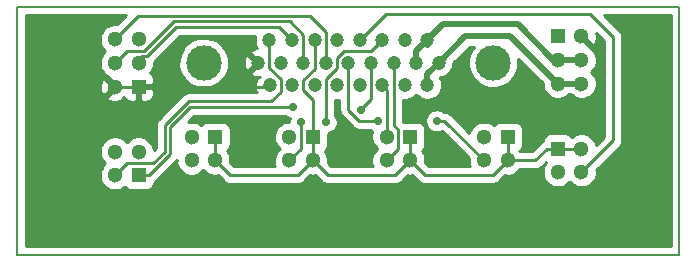
<source format=gbr>
G04 #@! TF.FileFunction,Copper,L1,Top,Signal*
%FSLAX46Y46*%
G04 Gerber Fmt 4.6, Leading zero omitted, Abs format (unit mm)*
G04 Created by KiCad (PCBNEW no-vcs-found-product) date Wed 23 Mar 2016 01:41:40 PM EET*
%MOMM*%
G01*
G04 APERTURE LIST*
%ADD10C,0.100000*%
%ADD11C,0.150000*%
%ADD12C,1.200000*%
%ADD13C,3.000000*%
%ADD14R,1.300000X1.300000*%
%ADD15C,1.300000*%
%ADD16C,0.700000*%
%ADD17C,0.500000*%
%ADD18C,0.600000*%
%ADD19C,0.250000*%
%ADD20C,0.254000*%
G04 APERTURE END LIST*
D10*
D11*
X142750000Y-93250000D02*
X198750000Y-93250000D01*
X142750000Y-114250000D02*
X142750000Y-93250000D01*
X198750000Y-114250000D02*
X142750000Y-114250000D01*
X198750000Y-93250000D02*
X198750000Y-114250000D01*
D12*
X177453873Y-96074042D03*
X175543873Y-96074042D03*
X173633873Y-96074042D03*
X171723873Y-96074042D03*
X169813873Y-96074042D03*
X167903873Y-96074042D03*
X165993873Y-96074042D03*
X164083873Y-96074042D03*
X178413873Y-97984042D03*
X176503873Y-97984042D03*
X174593873Y-97984042D03*
X172683873Y-97984042D03*
X170773873Y-97984042D03*
X168863873Y-97984042D03*
X166953873Y-97984042D03*
X165043873Y-97984042D03*
X163133873Y-97984042D03*
X177463873Y-99894042D03*
X175553873Y-99894042D03*
X173643873Y-99894042D03*
X171733873Y-99894042D03*
X169823873Y-99894042D03*
X167913873Y-99894042D03*
X166003873Y-99894042D03*
X164093873Y-99894042D03*
D13*
X158518873Y-97984042D03*
X183028873Y-97984042D03*
D14*
X188500000Y-95750000D03*
D15*
X190500000Y-95750000D03*
X188500000Y-97750000D03*
X190500000Y-97750000D03*
X190500000Y-99750000D03*
X188500000Y-99750000D03*
D14*
X153000000Y-100000000D03*
D15*
X151000000Y-100000000D03*
X153000000Y-98000000D03*
X151000000Y-98000000D03*
X151000000Y-96000000D03*
X153000000Y-96000000D03*
D14*
X153000000Y-107500000D03*
D15*
X151000000Y-107500000D03*
X153000000Y-105500000D03*
X151000000Y-105500000D03*
D14*
X159500000Y-104250000D03*
D15*
X159500000Y-106250000D03*
X157500000Y-104250000D03*
X157500000Y-106250000D03*
D14*
X176000000Y-104250000D03*
D15*
X176000000Y-106250000D03*
X174000000Y-104250000D03*
X174000000Y-106250000D03*
D14*
X167750000Y-104250000D03*
D15*
X167750000Y-106250000D03*
X165750000Y-104250000D03*
X165750000Y-106250000D03*
D14*
X188500000Y-105250000D03*
D15*
X190500000Y-105250000D03*
X188500000Y-107250000D03*
X190500000Y-107250000D03*
D14*
X184250000Y-104250000D03*
D15*
X184250000Y-106250000D03*
X182250000Y-104250000D03*
X182250000Y-106250000D03*
D16*
X168867315Y-103005797D03*
X166750000Y-103000000D03*
X171825274Y-101950870D03*
X178257277Y-102894047D03*
X173244087Y-102893748D03*
X197000000Y-94750000D03*
X194420632Y-104100376D03*
X146000000Y-95250000D03*
X146000000Y-109500000D03*
X187750000Y-102500000D03*
X179250000Y-105500000D03*
X170750000Y-104250000D03*
X193000000Y-109500000D03*
X179250000Y-109500000D03*
X170750000Y-109500000D03*
X162750000Y-109500000D03*
X162750000Y-103500000D03*
X166057915Y-101750000D03*
D17*
X177453873Y-96074042D02*
X178793894Y-94734021D01*
X188133574Y-97750000D02*
X188500000Y-97750000D01*
X178793894Y-94734021D02*
X185117595Y-94734021D01*
X185117595Y-94734021D02*
X188133574Y-97750000D01*
X176503873Y-97984042D02*
X176503873Y-97024042D01*
X176503873Y-97024042D02*
X177453873Y-96074042D01*
X190500000Y-97750000D02*
X188500000Y-97750000D01*
D18*
X177453873Y-96074042D02*
X177453873Y-96069006D01*
X177453873Y-96384044D02*
X177453873Y-96074042D01*
D19*
X173633873Y-96074042D02*
X172681742Y-97026173D01*
X172681742Y-97026173D02*
X170362740Y-97026173D01*
X170362740Y-97026173D02*
X169819293Y-97569620D01*
X169819293Y-97569620D02*
X169819293Y-98397624D01*
X169819293Y-98397624D02*
X168867315Y-99349602D01*
X168867315Y-99349602D02*
X168867315Y-102581533D01*
X168867315Y-102581533D02*
X168867315Y-103005797D01*
X166750000Y-105250000D02*
X166750000Y-103000000D01*
X166725001Y-105274999D02*
X166750000Y-105250000D01*
X165750000Y-106250000D02*
X166725001Y-105274999D01*
X190500000Y-107250000D02*
X193203853Y-104546147D01*
X193203853Y-104546147D02*
X193203853Y-95826434D01*
X193203853Y-95826434D02*
X191230824Y-93853405D01*
X191230824Y-93853405D02*
X173944510Y-93853405D01*
X173944510Y-93853405D02*
X172323872Y-95474043D01*
X172323872Y-95474043D02*
X171723873Y-96074042D01*
X167750000Y-104250000D02*
X167750000Y-101099171D01*
X167750000Y-101099171D02*
X166957788Y-100306959D01*
X166957788Y-100306959D02*
X166957788Y-99481125D01*
X166957788Y-99481125D02*
X167903873Y-98535040D01*
X167903873Y-98535040D02*
X167903873Y-96922570D01*
X167903873Y-96922570D02*
X167903873Y-96074042D01*
X176000000Y-106250000D02*
X177250000Y-107500000D01*
X177250000Y-107500000D02*
X183000000Y-107500000D01*
X183000000Y-107500000D02*
X184250000Y-106250000D01*
X167750000Y-106250000D02*
X169000000Y-107500000D01*
X169000000Y-107500000D02*
X174750000Y-107500000D01*
X174750000Y-107500000D02*
X176000000Y-106250000D01*
X159500000Y-106250000D02*
X160750000Y-107500000D01*
X167100001Y-106899999D02*
X167750000Y-106250000D01*
X160750000Y-107500000D02*
X166500000Y-107500000D01*
X166500000Y-107500000D02*
X167100001Y-106899999D01*
X159500000Y-104250000D02*
X159500000Y-106250000D01*
X167750000Y-104250000D02*
X167750000Y-106250000D01*
X176000000Y-104250000D02*
X176000000Y-106250000D01*
X184250000Y-106250000D02*
X184250000Y-104250000D01*
X186600000Y-106250000D02*
X184250000Y-106250000D01*
X188500000Y-105250000D02*
X187600000Y-105250000D01*
X187600000Y-105250000D02*
X186600000Y-106250000D01*
X190500000Y-105250000D02*
X188500000Y-105250000D01*
X156199101Y-94937309D02*
X164857140Y-94937309D01*
X164857140Y-94937309D02*
X165993873Y-96074042D01*
X153000000Y-98000000D02*
X153000000Y-97750000D01*
X153000000Y-97750000D02*
X153298294Y-97451706D01*
X153298294Y-97451706D02*
X153684705Y-97451705D01*
X153684705Y-97451705D02*
X156199101Y-94937309D01*
X151000000Y-107500000D02*
X152000000Y-106500000D01*
X152000000Y-106500000D02*
X154253351Y-106500000D01*
X154253351Y-106500000D02*
X155250000Y-105503351D01*
X165049271Y-99358442D02*
X164083873Y-98393044D01*
X155250000Y-105503351D02*
X155250000Y-103250000D01*
X155250000Y-103250000D02*
X157250000Y-101250000D01*
X157250000Y-101250000D02*
X164238125Y-101250000D01*
X164238125Y-101250000D02*
X165049271Y-100438854D01*
X164083873Y-98393044D02*
X164083873Y-96922570D01*
X165049271Y-100438854D02*
X165049271Y-99358442D01*
X164083873Y-96922570D02*
X164083873Y-96074042D01*
D17*
X188500000Y-99750000D02*
X190500000Y-99750000D01*
X178413873Y-97984042D02*
X180663874Y-95734041D01*
X180663874Y-95734041D02*
X184484041Y-95734041D01*
X184484041Y-95734041D02*
X187850001Y-99100001D01*
X187850001Y-99100001D02*
X188500000Y-99750000D01*
X177463873Y-99894042D02*
X177463873Y-98934042D01*
X177463873Y-98934042D02*
X178413873Y-97984042D01*
D19*
X174000000Y-106250000D02*
X175000000Y-105250000D01*
X175000000Y-105250000D02*
X175000000Y-103685723D01*
X175000000Y-103685723D02*
X174593873Y-103279596D01*
X174593873Y-103279596D02*
X174593873Y-98832570D01*
X174593873Y-98832570D02*
X174593873Y-97984042D01*
X172125273Y-101650871D02*
X171825274Y-101950870D01*
X172683873Y-101092271D02*
X172125273Y-101650871D01*
X172683873Y-97984042D02*
X172683873Y-101092271D01*
X178752251Y-102894047D02*
X178257277Y-102894047D01*
X178894047Y-102894047D02*
X178752251Y-102894047D01*
X171676082Y-102893748D02*
X172749113Y-102893748D01*
X170773873Y-97984042D02*
X170773873Y-101991539D01*
X172749113Y-102893748D02*
X173244087Y-102893748D01*
X182250000Y-106250000D02*
X178894047Y-102894047D01*
X170773873Y-101991539D02*
X171676082Y-102893748D01*
X151000000Y-96000000D02*
X152973226Y-94026774D01*
X152973226Y-94026774D02*
X167526774Y-94026774D01*
X167526774Y-94026774D02*
X168863873Y-95363873D01*
X168863873Y-95363873D02*
X168863873Y-97984042D01*
X151000000Y-98000000D02*
X151998304Y-97001696D01*
X151998304Y-97001696D02*
X153498304Y-97001696D01*
X153498304Y-97001696D02*
X156012701Y-94487299D01*
X156012701Y-94487299D02*
X165787289Y-94487299D01*
X165787289Y-94487299D02*
X166953873Y-95653883D01*
X166953873Y-95653883D02*
X166953873Y-97984042D01*
X161117915Y-100000000D02*
X163987915Y-100000000D01*
X163987915Y-100000000D02*
X164093873Y-99894042D01*
X153000000Y-100000000D02*
X161117915Y-100000000D01*
X161117915Y-100000000D02*
X163133873Y-97984042D01*
X151000000Y-100000000D02*
X153000000Y-100000000D01*
X174000000Y-104250000D02*
X174000000Y-100250169D01*
X174000000Y-100250169D02*
X173643873Y-99894042D01*
X153000000Y-107500000D02*
X153900000Y-107500000D01*
X153900000Y-107500000D02*
X155700010Y-105699990D01*
X155700010Y-105699990D02*
X155700010Y-103436400D01*
X155700010Y-103436400D02*
X157384622Y-101751788D01*
X157384622Y-101751788D02*
X166056127Y-101751788D01*
X166056127Y-101751788D02*
X166057915Y-101750000D01*
D20*
G36*
X151196676Y-94728522D02*
X151134969Y-94715855D01*
X150882974Y-94714096D01*
X150635436Y-94761317D01*
X150401784Y-94855718D01*
X150190918Y-94993705D01*
X150010870Y-95170021D01*
X149868497Y-95377951D01*
X149769223Y-95609575D01*
X149716829Y-95856069D01*
X149713310Y-96108046D01*
X149758802Y-96355908D01*
X149851570Y-96590213D01*
X149988081Y-96802037D01*
X150163136Y-96983312D01*
X150185593Y-96998920D01*
X150010870Y-97170021D01*
X149868497Y-97377951D01*
X149769223Y-97609575D01*
X149716829Y-97856069D01*
X149713310Y-98108046D01*
X149758802Y-98355908D01*
X149851570Y-98590213D01*
X149988081Y-98802037D01*
X150163136Y-98983312D01*
X150302144Y-99079925D01*
X150294078Y-99114473D01*
X151000000Y-99820395D01*
X151014143Y-99806253D01*
X151193748Y-99985858D01*
X151179605Y-100000000D01*
X151193748Y-100014143D01*
X151014143Y-100193748D01*
X151000000Y-100179605D01*
X150294078Y-100885527D01*
X150347466Y-101114201D01*
X150577374Y-101220095D01*
X150823524Y-101279102D01*
X151076455Y-101288952D01*
X151326449Y-101249270D01*
X151563896Y-101161578D01*
X151652534Y-101114201D01*
X151705921Y-100885529D01*
X151819676Y-100999284D01*
X151856763Y-101054789D01*
X151945211Y-101143237D01*
X152049215Y-101212730D01*
X152164777Y-101260597D01*
X152287458Y-101285000D01*
X152714250Y-101285000D01*
X152873000Y-101126250D01*
X152873000Y-100127000D01*
X153127000Y-100127000D01*
X153127000Y-101126250D01*
X153285750Y-101285000D01*
X153712542Y-101285000D01*
X153835223Y-101260597D01*
X153950785Y-101212730D01*
X154054789Y-101143237D01*
X154143237Y-101054789D01*
X154212730Y-100950785D01*
X154260597Y-100835223D01*
X154285000Y-100712542D01*
X154285000Y-100285750D01*
X154126250Y-100127000D01*
X153127000Y-100127000D01*
X152873000Y-100127000D01*
X152853000Y-100127000D01*
X152853000Y-99873000D01*
X152873000Y-99873000D01*
X152873000Y-99853000D01*
X153127000Y-99853000D01*
X153127000Y-99873000D01*
X154126250Y-99873000D01*
X154285000Y-99714250D01*
X154285000Y-99287458D01*
X154260597Y-99164777D01*
X154212730Y-99049215D01*
X154143237Y-98945211D01*
X154054789Y-98856763D01*
X153995964Y-98817457D01*
X154122708Y-98637787D01*
X154225206Y-98407572D01*
X154280643Y-98163559D01*
X156381067Y-98163559D01*
X156456649Y-98575375D01*
X156610781Y-98964668D01*
X156837592Y-99316609D01*
X157128442Y-99617793D01*
X157472253Y-99856748D01*
X157855930Y-100024372D01*
X158264857Y-100114281D01*
X158683461Y-100123049D01*
X159095795Y-100050344D01*
X159486154Y-99898933D01*
X159839670Y-99674585D01*
X160142877Y-99385845D01*
X160384227Y-99043710D01*
X160554525Y-98661213D01*
X160647286Y-98252923D01*
X160649945Y-98062480D01*
X161895378Y-98062480D01*
X161934478Y-98302591D01*
X162019671Y-98530460D01*
X162060525Y-98606894D01*
X162284109Y-98654201D01*
X162954268Y-97984042D01*
X162284109Y-97313883D01*
X162060525Y-97361190D01*
X161959636Y-97582558D01*
X161903873Y-97819355D01*
X161895378Y-98062480D01*
X160649945Y-98062480D01*
X160653964Y-97774694D01*
X160572639Y-97363973D01*
X160413087Y-96976871D01*
X160181385Y-96628131D01*
X159886358Y-96331037D01*
X159539244Y-96096906D01*
X159153264Y-95934655D01*
X158743121Y-95850464D01*
X158324436Y-95847541D01*
X157913157Y-95925997D01*
X157524950Y-96082843D01*
X157174601Y-96312105D01*
X156875455Y-96605050D01*
X156638906Y-96950521D01*
X156473964Y-97335359D01*
X156386913Y-97744904D01*
X156381067Y-98163559D01*
X154280643Y-98163559D01*
X154281036Y-98161833D01*
X154284317Y-97926895D01*
X156513903Y-95697309D01*
X162901628Y-95697309D01*
X162900986Y-95698808D01*
X162850631Y-95935712D01*
X162847249Y-96177884D01*
X162890970Y-96416101D01*
X162980129Y-96641290D01*
X163048089Y-96746743D01*
X162815324Y-96784647D01*
X162587455Y-96869840D01*
X162511021Y-96910694D01*
X162463714Y-97134278D01*
X163133873Y-97804437D01*
X163148016Y-97790295D01*
X163323873Y-97966152D01*
X163323873Y-97973647D01*
X163313478Y-97984042D01*
X163323873Y-97994437D01*
X163323873Y-98001932D01*
X163148016Y-98177790D01*
X163133873Y-98163647D01*
X162463714Y-98833806D01*
X162511021Y-99057390D01*
X162732389Y-99158279D01*
X162969186Y-99214042D01*
X163212311Y-99222537D01*
X163238496Y-99218273D01*
X163244107Y-99223884D01*
X163020525Y-99271190D01*
X162919636Y-99492558D01*
X162863873Y-99729355D01*
X162855378Y-99972480D01*
X162894478Y-100212591D01*
X162979671Y-100440460D01*
X163006150Y-100490000D01*
X157250000Y-100490000D01*
X157180123Y-100496851D01*
X157110197Y-100502969D01*
X157106359Y-100504084D01*
X157102382Y-100504474D01*
X157035179Y-100524764D01*
X156967760Y-100544351D01*
X156964212Y-100546190D01*
X156960387Y-100547345D01*
X156898390Y-100580309D01*
X156836074Y-100612611D01*
X156832953Y-100615103D01*
X156829422Y-100616980D01*
X156775007Y-100661359D01*
X156720154Y-100705148D01*
X156714594Y-100710631D01*
X156714478Y-100710726D01*
X156714389Y-100710834D01*
X156712599Y-100712599D01*
X154712599Y-102712599D01*
X154668032Y-102766855D01*
X154622914Y-102820625D01*
X154620989Y-102824126D01*
X154618452Y-102827215D01*
X154585287Y-102889067D01*
X154551457Y-102950604D01*
X154550248Y-102954416D01*
X154548361Y-102957935D01*
X154527848Y-103025031D01*
X154506608Y-103091987D01*
X154506162Y-103095959D01*
X154504994Y-103099781D01*
X154497897Y-103169649D01*
X154490074Y-103239389D01*
X154490020Y-103247194D01*
X154490004Y-103247347D01*
X154490018Y-103247490D01*
X154490000Y-103250000D01*
X154490000Y-105188549D01*
X154284780Y-105393769D01*
X154285056Y-105373999D01*
X154236108Y-105126797D01*
X154140078Y-104893810D01*
X154000622Y-104683912D01*
X153823053Y-104505099D01*
X153614135Y-104364182D01*
X153381824Y-104266527D01*
X153134969Y-104215855D01*
X152882974Y-104214096D01*
X152635436Y-104261317D01*
X152401784Y-104355718D01*
X152190918Y-104493705D01*
X152010870Y-104670021D01*
X152000985Y-104684458D01*
X152000622Y-104683912D01*
X151823053Y-104505099D01*
X151614135Y-104364182D01*
X151381824Y-104266527D01*
X151134969Y-104215855D01*
X150882974Y-104214096D01*
X150635436Y-104261317D01*
X150401784Y-104355718D01*
X150190918Y-104493705D01*
X150010870Y-104670021D01*
X149868497Y-104877951D01*
X149769223Y-105109575D01*
X149716829Y-105356069D01*
X149713310Y-105608046D01*
X149758802Y-105855908D01*
X149851570Y-106090213D01*
X149988081Y-106302037D01*
X150163136Y-106483312D01*
X150185593Y-106498920D01*
X150010870Y-106670021D01*
X149868497Y-106877951D01*
X149769223Y-107109575D01*
X149716829Y-107356069D01*
X149713310Y-107608046D01*
X149758802Y-107855908D01*
X149851570Y-108090213D01*
X149988081Y-108302037D01*
X150163136Y-108483312D01*
X150370067Y-108627133D01*
X150600992Y-108728021D01*
X150847115Y-108782135D01*
X151099061Y-108787412D01*
X151347234Y-108743653D01*
X151582181Y-108652523D01*
X151794953Y-108517494D01*
X151815800Y-108497641D01*
X151819463Y-108504494D01*
X151898815Y-108601185D01*
X151995506Y-108680537D01*
X152105820Y-108739502D01*
X152225518Y-108775812D01*
X152350000Y-108788072D01*
X153650000Y-108788072D01*
X153774482Y-108775812D01*
X153894180Y-108739502D01*
X154004494Y-108680537D01*
X154101185Y-108601185D01*
X154180537Y-108504494D01*
X154239502Y-108394180D01*
X154275812Y-108274482D01*
X154287990Y-108150833D01*
X154313925Y-108137390D01*
X154317048Y-108134897D01*
X154320578Y-108133020D01*
X154374987Y-108088645D01*
X154429846Y-108044852D01*
X154435406Y-108039369D01*
X154435522Y-108039274D01*
X154435611Y-108039166D01*
X154437401Y-108037401D01*
X156214678Y-106260124D01*
X156213310Y-106358046D01*
X156258802Y-106605908D01*
X156351570Y-106840213D01*
X156488081Y-107052037D01*
X156663136Y-107233312D01*
X156870067Y-107377133D01*
X157100992Y-107478021D01*
X157347115Y-107532135D01*
X157599061Y-107537412D01*
X157847234Y-107493653D01*
X158082181Y-107402523D01*
X158294953Y-107267494D01*
X158477446Y-107093708D01*
X158498922Y-107063264D01*
X158663136Y-107233312D01*
X158870067Y-107377133D01*
X159100992Y-107478021D01*
X159347115Y-107532135D01*
X159599061Y-107537412D01*
X159695590Y-107520392D01*
X160212599Y-108037401D01*
X160266855Y-108081968D01*
X160320625Y-108127086D01*
X160324126Y-108129011D01*
X160327215Y-108131548D01*
X160389067Y-108164713D01*
X160450604Y-108198543D01*
X160454416Y-108199752D01*
X160457935Y-108201639D01*
X160525031Y-108222152D01*
X160591987Y-108243392D01*
X160595959Y-108243838D01*
X160599781Y-108245006D01*
X160669649Y-108252103D01*
X160739389Y-108259926D01*
X160747194Y-108259980D01*
X160747347Y-108259996D01*
X160747490Y-108259982D01*
X160750000Y-108260000D01*
X166500000Y-108260000D01*
X166569877Y-108253149D01*
X166639803Y-108247031D01*
X166643641Y-108245916D01*
X166647618Y-108245526D01*
X166714821Y-108225236D01*
X166782240Y-108205649D01*
X166785788Y-108203810D01*
X166789613Y-108202655D01*
X166851591Y-108169701D01*
X166913925Y-108137390D01*
X166917048Y-108134897D01*
X166920578Y-108133020D01*
X166974987Y-108088645D01*
X167029846Y-108044852D01*
X167035406Y-108039369D01*
X167035522Y-108039274D01*
X167035611Y-108039166D01*
X167037401Y-108037401D01*
X167552481Y-107522321D01*
X167597115Y-107532135D01*
X167849061Y-107537412D01*
X167945590Y-107520392D01*
X168462599Y-108037401D01*
X168516855Y-108081968D01*
X168570625Y-108127086D01*
X168574126Y-108129011D01*
X168577215Y-108131548D01*
X168639067Y-108164713D01*
X168700604Y-108198543D01*
X168704416Y-108199752D01*
X168707935Y-108201639D01*
X168775031Y-108222152D01*
X168841987Y-108243392D01*
X168845959Y-108243838D01*
X168849781Y-108245006D01*
X168919649Y-108252103D01*
X168989389Y-108259926D01*
X168997194Y-108259980D01*
X168997347Y-108259996D01*
X168997490Y-108259982D01*
X169000000Y-108260000D01*
X174750000Y-108260000D01*
X174819877Y-108253149D01*
X174889803Y-108247031D01*
X174893641Y-108245916D01*
X174897618Y-108245526D01*
X174964821Y-108225236D01*
X175032240Y-108205649D01*
X175035788Y-108203810D01*
X175039613Y-108202655D01*
X175101591Y-108169701D01*
X175163925Y-108137390D01*
X175167048Y-108134897D01*
X175170578Y-108133020D01*
X175224987Y-108088645D01*
X175279846Y-108044852D01*
X175285406Y-108039369D01*
X175285522Y-108039274D01*
X175285611Y-108039166D01*
X175287401Y-108037401D01*
X175802481Y-107522321D01*
X175847115Y-107532135D01*
X176099061Y-107537412D01*
X176195590Y-107520392D01*
X176712599Y-108037401D01*
X176766855Y-108081968D01*
X176820625Y-108127086D01*
X176824126Y-108129011D01*
X176827215Y-108131548D01*
X176889067Y-108164713D01*
X176950604Y-108198543D01*
X176954416Y-108199752D01*
X176957935Y-108201639D01*
X177025031Y-108222152D01*
X177091987Y-108243392D01*
X177095959Y-108243838D01*
X177099781Y-108245006D01*
X177169649Y-108252103D01*
X177239389Y-108259926D01*
X177247194Y-108259980D01*
X177247347Y-108259996D01*
X177247490Y-108259982D01*
X177250000Y-108260000D01*
X183000000Y-108260000D01*
X183069877Y-108253149D01*
X183139803Y-108247031D01*
X183143641Y-108245916D01*
X183147618Y-108245526D01*
X183214821Y-108225236D01*
X183282240Y-108205649D01*
X183285788Y-108203810D01*
X183289613Y-108202655D01*
X183351591Y-108169701D01*
X183413925Y-108137390D01*
X183417048Y-108134897D01*
X183420578Y-108133020D01*
X183474987Y-108088645D01*
X183529846Y-108044852D01*
X183535406Y-108039369D01*
X183535522Y-108039274D01*
X183535611Y-108039166D01*
X183537401Y-108037401D01*
X184052481Y-107522321D01*
X184097115Y-107532135D01*
X184349061Y-107537412D01*
X184597234Y-107493653D01*
X184832181Y-107402523D01*
X185044953Y-107267494D01*
X185227446Y-107093708D01*
X185286496Y-107010000D01*
X186600000Y-107010000D01*
X186669877Y-107003149D01*
X186739803Y-106997031D01*
X186743641Y-106995916D01*
X186747618Y-106995526D01*
X186814821Y-106975236D01*
X186882240Y-106955649D01*
X186885788Y-106953810D01*
X186889613Y-106952655D01*
X186951591Y-106919701D01*
X187013925Y-106887390D01*
X187017048Y-106884897D01*
X187020578Y-106883020D01*
X187074987Y-106838645D01*
X187129846Y-106794852D01*
X187135406Y-106789369D01*
X187135522Y-106789274D01*
X187135611Y-106789166D01*
X187137401Y-106787401D01*
X187494824Y-106429978D01*
X187495506Y-106430537D01*
X187501482Y-106433731D01*
X187368497Y-106627951D01*
X187269223Y-106859575D01*
X187216829Y-107106069D01*
X187213310Y-107358046D01*
X187258802Y-107605908D01*
X187351570Y-107840213D01*
X187488081Y-108052037D01*
X187663136Y-108233312D01*
X187870067Y-108377133D01*
X188100992Y-108478021D01*
X188347115Y-108532135D01*
X188599061Y-108537412D01*
X188847234Y-108493653D01*
X189082181Y-108402523D01*
X189294953Y-108267494D01*
X189477446Y-108093708D01*
X189498922Y-108063264D01*
X189663136Y-108233312D01*
X189870067Y-108377133D01*
X190100992Y-108478021D01*
X190347115Y-108532135D01*
X190599061Y-108537412D01*
X190847234Y-108493653D01*
X191082181Y-108402523D01*
X191294953Y-108267494D01*
X191477446Y-108093708D01*
X191622708Y-107887787D01*
X191725206Y-107657572D01*
X191781036Y-107411833D01*
X191785056Y-107123999D01*
X191771131Y-107053671D01*
X193741254Y-105083548D01*
X193785821Y-105029292D01*
X193830939Y-104975522D01*
X193832864Y-104972021D01*
X193835401Y-104968932D01*
X193868585Y-104907045D01*
X193902396Y-104845543D01*
X193903604Y-104841735D01*
X193905493Y-104838212D01*
X193926033Y-104771029D01*
X193947245Y-104704160D01*
X193947690Y-104700193D01*
X193948860Y-104696366D01*
X193955962Y-104626448D01*
X193963779Y-104556758D01*
X193963833Y-104548953D01*
X193963849Y-104548800D01*
X193963835Y-104548657D01*
X193963853Y-104546147D01*
X193963853Y-95826434D01*
X193956997Y-95756507D01*
X193950883Y-95686631D01*
X193949769Y-95682798D01*
X193949379Y-95678816D01*
X193929077Y-95611572D01*
X193909502Y-95544194D01*
X193907663Y-95540646D01*
X193906508Y-95536821D01*
X193873544Y-95474824D01*
X193841242Y-95412508D01*
X193838750Y-95409387D01*
X193836873Y-95405856D01*
X193792494Y-95351441D01*
X193748705Y-95296588D01*
X193743222Y-95291028D01*
X193743127Y-95290912D01*
X193743019Y-95290823D01*
X193741254Y-95289033D01*
X192412221Y-93960000D01*
X198040000Y-93960000D01*
X198040000Y-113540000D01*
X143460000Y-113540000D01*
X143460000Y-100076455D01*
X149711048Y-100076455D01*
X149750730Y-100326449D01*
X149838422Y-100563896D01*
X149885799Y-100652534D01*
X150114473Y-100705922D01*
X150820395Y-100000000D01*
X150114473Y-99294078D01*
X149885799Y-99347466D01*
X149779905Y-99577374D01*
X149720898Y-99823524D01*
X149711048Y-100076455D01*
X143460000Y-100076455D01*
X143460000Y-93960000D01*
X151965198Y-93960000D01*
X151196676Y-94728522D01*
X151196676Y-94728522D01*
G37*
X151196676Y-94728522D02*
X151134969Y-94715855D01*
X150882974Y-94714096D01*
X150635436Y-94761317D01*
X150401784Y-94855718D01*
X150190918Y-94993705D01*
X150010870Y-95170021D01*
X149868497Y-95377951D01*
X149769223Y-95609575D01*
X149716829Y-95856069D01*
X149713310Y-96108046D01*
X149758802Y-96355908D01*
X149851570Y-96590213D01*
X149988081Y-96802037D01*
X150163136Y-96983312D01*
X150185593Y-96998920D01*
X150010870Y-97170021D01*
X149868497Y-97377951D01*
X149769223Y-97609575D01*
X149716829Y-97856069D01*
X149713310Y-98108046D01*
X149758802Y-98355908D01*
X149851570Y-98590213D01*
X149988081Y-98802037D01*
X150163136Y-98983312D01*
X150302144Y-99079925D01*
X150294078Y-99114473D01*
X151000000Y-99820395D01*
X151014143Y-99806253D01*
X151193748Y-99985858D01*
X151179605Y-100000000D01*
X151193748Y-100014143D01*
X151014143Y-100193748D01*
X151000000Y-100179605D01*
X150294078Y-100885527D01*
X150347466Y-101114201D01*
X150577374Y-101220095D01*
X150823524Y-101279102D01*
X151076455Y-101288952D01*
X151326449Y-101249270D01*
X151563896Y-101161578D01*
X151652534Y-101114201D01*
X151705921Y-100885529D01*
X151819676Y-100999284D01*
X151856763Y-101054789D01*
X151945211Y-101143237D01*
X152049215Y-101212730D01*
X152164777Y-101260597D01*
X152287458Y-101285000D01*
X152714250Y-101285000D01*
X152873000Y-101126250D01*
X152873000Y-100127000D01*
X153127000Y-100127000D01*
X153127000Y-101126250D01*
X153285750Y-101285000D01*
X153712542Y-101285000D01*
X153835223Y-101260597D01*
X153950785Y-101212730D01*
X154054789Y-101143237D01*
X154143237Y-101054789D01*
X154212730Y-100950785D01*
X154260597Y-100835223D01*
X154285000Y-100712542D01*
X154285000Y-100285750D01*
X154126250Y-100127000D01*
X153127000Y-100127000D01*
X152873000Y-100127000D01*
X152853000Y-100127000D01*
X152853000Y-99873000D01*
X152873000Y-99873000D01*
X152873000Y-99853000D01*
X153127000Y-99853000D01*
X153127000Y-99873000D01*
X154126250Y-99873000D01*
X154285000Y-99714250D01*
X154285000Y-99287458D01*
X154260597Y-99164777D01*
X154212730Y-99049215D01*
X154143237Y-98945211D01*
X154054789Y-98856763D01*
X153995964Y-98817457D01*
X154122708Y-98637787D01*
X154225206Y-98407572D01*
X154280643Y-98163559D01*
X156381067Y-98163559D01*
X156456649Y-98575375D01*
X156610781Y-98964668D01*
X156837592Y-99316609D01*
X157128442Y-99617793D01*
X157472253Y-99856748D01*
X157855930Y-100024372D01*
X158264857Y-100114281D01*
X158683461Y-100123049D01*
X159095795Y-100050344D01*
X159486154Y-99898933D01*
X159839670Y-99674585D01*
X160142877Y-99385845D01*
X160384227Y-99043710D01*
X160554525Y-98661213D01*
X160647286Y-98252923D01*
X160649945Y-98062480D01*
X161895378Y-98062480D01*
X161934478Y-98302591D01*
X162019671Y-98530460D01*
X162060525Y-98606894D01*
X162284109Y-98654201D01*
X162954268Y-97984042D01*
X162284109Y-97313883D01*
X162060525Y-97361190D01*
X161959636Y-97582558D01*
X161903873Y-97819355D01*
X161895378Y-98062480D01*
X160649945Y-98062480D01*
X160653964Y-97774694D01*
X160572639Y-97363973D01*
X160413087Y-96976871D01*
X160181385Y-96628131D01*
X159886358Y-96331037D01*
X159539244Y-96096906D01*
X159153264Y-95934655D01*
X158743121Y-95850464D01*
X158324436Y-95847541D01*
X157913157Y-95925997D01*
X157524950Y-96082843D01*
X157174601Y-96312105D01*
X156875455Y-96605050D01*
X156638906Y-96950521D01*
X156473964Y-97335359D01*
X156386913Y-97744904D01*
X156381067Y-98163559D01*
X154280643Y-98163559D01*
X154281036Y-98161833D01*
X154284317Y-97926895D01*
X156513903Y-95697309D01*
X162901628Y-95697309D01*
X162900986Y-95698808D01*
X162850631Y-95935712D01*
X162847249Y-96177884D01*
X162890970Y-96416101D01*
X162980129Y-96641290D01*
X163048089Y-96746743D01*
X162815324Y-96784647D01*
X162587455Y-96869840D01*
X162511021Y-96910694D01*
X162463714Y-97134278D01*
X163133873Y-97804437D01*
X163148016Y-97790295D01*
X163323873Y-97966152D01*
X163323873Y-97973647D01*
X163313478Y-97984042D01*
X163323873Y-97994437D01*
X163323873Y-98001932D01*
X163148016Y-98177790D01*
X163133873Y-98163647D01*
X162463714Y-98833806D01*
X162511021Y-99057390D01*
X162732389Y-99158279D01*
X162969186Y-99214042D01*
X163212311Y-99222537D01*
X163238496Y-99218273D01*
X163244107Y-99223884D01*
X163020525Y-99271190D01*
X162919636Y-99492558D01*
X162863873Y-99729355D01*
X162855378Y-99972480D01*
X162894478Y-100212591D01*
X162979671Y-100440460D01*
X163006150Y-100490000D01*
X157250000Y-100490000D01*
X157180123Y-100496851D01*
X157110197Y-100502969D01*
X157106359Y-100504084D01*
X157102382Y-100504474D01*
X157035179Y-100524764D01*
X156967760Y-100544351D01*
X156964212Y-100546190D01*
X156960387Y-100547345D01*
X156898390Y-100580309D01*
X156836074Y-100612611D01*
X156832953Y-100615103D01*
X156829422Y-100616980D01*
X156775007Y-100661359D01*
X156720154Y-100705148D01*
X156714594Y-100710631D01*
X156714478Y-100710726D01*
X156714389Y-100710834D01*
X156712599Y-100712599D01*
X154712599Y-102712599D01*
X154668032Y-102766855D01*
X154622914Y-102820625D01*
X154620989Y-102824126D01*
X154618452Y-102827215D01*
X154585287Y-102889067D01*
X154551457Y-102950604D01*
X154550248Y-102954416D01*
X154548361Y-102957935D01*
X154527848Y-103025031D01*
X154506608Y-103091987D01*
X154506162Y-103095959D01*
X154504994Y-103099781D01*
X154497897Y-103169649D01*
X154490074Y-103239389D01*
X154490020Y-103247194D01*
X154490004Y-103247347D01*
X154490018Y-103247490D01*
X154490000Y-103250000D01*
X154490000Y-105188549D01*
X154284780Y-105393769D01*
X154285056Y-105373999D01*
X154236108Y-105126797D01*
X154140078Y-104893810D01*
X154000622Y-104683912D01*
X153823053Y-104505099D01*
X153614135Y-104364182D01*
X153381824Y-104266527D01*
X153134969Y-104215855D01*
X152882974Y-104214096D01*
X152635436Y-104261317D01*
X152401784Y-104355718D01*
X152190918Y-104493705D01*
X152010870Y-104670021D01*
X152000985Y-104684458D01*
X152000622Y-104683912D01*
X151823053Y-104505099D01*
X151614135Y-104364182D01*
X151381824Y-104266527D01*
X151134969Y-104215855D01*
X150882974Y-104214096D01*
X150635436Y-104261317D01*
X150401784Y-104355718D01*
X150190918Y-104493705D01*
X150010870Y-104670021D01*
X149868497Y-104877951D01*
X149769223Y-105109575D01*
X149716829Y-105356069D01*
X149713310Y-105608046D01*
X149758802Y-105855908D01*
X149851570Y-106090213D01*
X149988081Y-106302037D01*
X150163136Y-106483312D01*
X150185593Y-106498920D01*
X150010870Y-106670021D01*
X149868497Y-106877951D01*
X149769223Y-107109575D01*
X149716829Y-107356069D01*
X149713310Y-107608046D01*
X149758802Y-107855908D01*
X149851570Y-108090213D01*
X149988081Y-108302037D01*
X150163136Y-108483312D01*
X150370067Y-108627133D01*
X150600992Y-108728021D01*
X150847115Y-108782135D01*
X151099061Y-108787412D01*
X151347234Y-108743653D01*
X151582181Y-108652523D01*
X151794953Y-108517494D01*
X151815800Y-108497641D01*
X151819463Y-108504494D01*
X151898815Y-108601185D01*
X151995506Y-108680537D01*
X152105820Y-108739502D01*
X152225518Y-108775812D01*
X152350000Y-108788072D01*
X153650000Y-108788072D01*
X153774482Y-108775812D01*
X153894180Y-108739502D01*
X154004494Y-108680537D01*
X154101185Y-108601185D01*
X154180537Y-108504494D01*
X154239502Y-108394180D01*
X154275812Y-108274482D01*
X154287990Y-108150833D01*
X154313925Y-108137390D01*
X154317048Y-108134897D01*
X154320578Y-108133020D01*
X154374987Y-108088645D01*
X154429846Y-108044852D01*
X154435406Y-108039369D01*
X154435522Y-108039274D01*
X154435611Y-108039166D01*
X154437401Y-108037401D01*
X156214678Y-106260124D01*
X156213310Y-106358046D01*
X156258802Y-106605908D01*
X156351570Y-106840213D01*
X156488081Y-107052037D01*
X156663136Y-107233312D01*
X156870067Y-107377133D01*
X157100992Y-107478021D01*
X157347115Y-107532135D01*
X157599061Y-107537412D01*
X157847234Y-107493653D01*
X158082181Y-107402523D01*
X158294953Y-107267494D01*
X158477446Y-107093708D01*
X158498922Y-107063264D01*
X158663136Y-107233312D01*
X158870067Y-107377133D01*
X159100992Y-107478021D01*
X159347115Y-107532135D01*
X159599061Y-107537412D01*
X159695590Y-107520392D01*
X160212599Y-108037401D01*
X160266855Y-108081968D01*
X160320625Y-108127086D01*
X160324126Y-108129011D01*
X160327215Y-108131548D01*
X160389067Y-108164713D01*
X160450604Y-108198543D01*
X160454416Y-108199752D01*
X160457935Y-108201639D01*
X160525031Y-108222152D01*
X160591987Y-108243392D01*
X160595959Y-108243838D01*
X160599781Y-108245006D01*
X160669649Y-108252103D01*
X160739389Y-108259926D01*
X160747194Y-108259980D01*
X160747347Y-108259996D01*
X160747490Y-108259982D01*
X160750000Y-108260000D01*
X166500000Y-108260000D01*
X166569877Y-108253149D01*
X166639803Y-108247031D01*
X166643641Y-108245916D01*
X166647618Y-108245526D01*
X166714821Y-108225236D01*
X166782240Y-108205649D01*
X166785788Y-108203810D01*
X166789613Y-108202655D01*
X166851591Y-108169701D01*
X166913925Y-108137390D01*
X166917048Y-108134897D01*
X166920578Y-108133020D01*
X166974987Y-108088645D01*
X167029846Y-108044852D01*
X167035406Y-108039369D01*
X167035522Y-108039274D01*
X167035611Y-108039166D01*
X167037401Y-108037401D01*
X167552481Y-107522321D01*
X167597115Y-107532135D01*
X167849061Y-107537412D01*
X167945590Y-107520392D01*
X168462599Y-108037401D01*
X168516855Y-108081968D01*
X168570625Y-108127086D01*
X168574126Y-108129011D01*
X168577215Y-108131548D01*
X168639067Y-108164713D01*
X168700604Y-108198543D01*
X168704416Y-108199752D01*
X168707935Y-108201639D01*
X168775031Y-108222152D01*
X168841987Y-108243392D01*
X168845959Y-108243838D01*
X168849781Y-108245006D01*
X168919649Y-108252103D01*
X168989389Y-108259926D01*
X168997194Y-108259980D01*
X168997347Y-108259996D01*
X168997490Y-108259982D01*
X169000000Y-108260000D01*
X174750000Y-108260000D01*
X174819877Y-108253149D01*
X174889803Y-108247031D01*
X174893641Y-108245916D01*
X174897618Y-108245526D01*
X174964821Y-108225236D01*
X175032240Y-108205649D01*
X175035788Y-108203810D01*
X175039613Y-108202655D01*
X175101591Y-108169701D01*
X175163925Y-108137390D01*
X175167048Y-108134897D01*
X175170578Y-108133020D01*
X175224987Y-108088645D01*
X175279846Y-108044852D01*
X175285406Y-108039369D01*
X175285522Y-108039274D01*
X175285611Y-108039166D01*
X175287401Y-108037401D01*
X175802481Y-107522321D01*
X175847115Y-107532135D01*
X176099061Y-107537412D01*
X176195590Y-107520392D01*
X176712599Y-108037401D01*
X176766855Y-108081968D01*
X176820625Y-108127086D01*
X176824126Y-108129011D01*
X176827215Y-108131548D01*
X176889067Y-108164713D01*
X176950604Y-108198543D01*
X176954416Y-108199752D01*
X176957935Y-108201639D01*
X177025031Y-108222152D01*
X177091987Y-108243392D01*
X177095959Y-108243838D01*
X177099781Y-108245006D01*
X177169649Y-108252103D01*
X177239389Y-108259926D01*
X177247194Y-108259980D01*
X177247347Y-108259996D01*
X177247490Y-108259982D01*
X177250000Y-108260000D01*
X183000000Y-108260000D01*
X183069877Y-108253149D01*
X183139803Y-108247031D01*
X183143641Y-108245916D01*
X183147618Y-108245526D01*
X183214821Y-108225236D01*
X183282240Y-108205649D01*
X183285788Y-108203810D01*
X183289613Y-108202655D01*
X183351591Y-108169701D01*
X183413925Y-108137390D01*
X183417048Y-108134897D01*
X183420578Y-108133020D01*
X183474987Y-108088645D01*
X183529846Y-108044852D01*
X183535406Y-108039369D01*
X183535522Y-108039274D01*
X183535611Y-108039166D01*
X183537401Y-108037401D01*
X184052481Y-107522321D01*
X184097115Y-107532135D01*
X184349061Y-107537412D01*
X184597234Y-107493653D01*
X184832181Y-107402523D01*
X185044953Y-107267494D01*
X185227446Y-107093708D01*
X185286496Y-107010000D01*
X186600000Y-107010000D01*
X186669877Y-107003149D01*
X186739803Y-106997031D01*
X186743641Y-106995916D01*
X186747618Y-106995526D01*
X186814821Y-106975236D01*
X186882240Y-106955649D01*
X186885788Y-106953810D01*
X186889613Y-106952655D01*
X186951591Y-106919701D01*
X187013925Y-106887390D01*
X187017048Y-106884897D01*
X187020578Y-106883020D01*
X187074987Y-106838645D01*
X187129846Y-106794852D01*
X187135406Y-106789369D01*
X187135522Y-106789274D01*
X187135611Y-106789166D01*
X187137401Y-106787401D01*
X187494824Y-106429978D01*
X187495506Y-106430537D01*
X187501482Y-106433731D01*
X187368497Y-106627951D01*
X187269223Y-106859575D01*
X187216829Y-107106069D01*
X187213310Y-107358046D01*
X187258802Y-107605908D01*
X187351570Y-107840213D01*
X187488081Y-108052037D01*
X187663136Y-108233312D01*
X187870067Y-108377133D01*
X188100992Y-108478021D01*
X188347115Y-108532135D01*
X188599061Y-108537412D01*
X188847234Y-108493653D01*
X189082181Y-108402523D01*
X189294953Y-108267494D01*
X189477446Y-108093708D01*
X189498922Y-108063264D01*
X189663136Y-108233312D01*
X189870067Y-108377133D01*
X190100992Y-108478021D01*
X190347115Y-108532135D01*
X190599061Y-108537412D01*
X190847234Y-108493653D01*
X191082181Y-108402523D01*
X191294953Y-108267494D01*
X191477446Y-108093708D01*
X191622708Y-107887787D01*
X191725206Y-107657572D01*
X191781036Y-107411833D01*
X191785056Y-107123999D01*
X191771131Y-107053671D01*
X193741254Y-105083548D01*
X193785821Y-105029292D01*
X193830939Y-104975522D01*
X193832864Y-104972021D01*
X193835401Y-104968932D01*
X193868585Y-104907045D01*
X193902396Y-104845543D01*
X193903604Y-104841735D01*
X193905493Y-104838212D01*
X193926033Y-104771029D01*
X193947245Y-104704160D01*
X193947690Y-104700193D01*
X193948860Y-104696366D01*
X193955962Y-104626448D01*
X193963779Y-104556758D01*
X193963833Y-104548953D01*
X193963849Y-104548800D01*
X193963835Y-104548657D01*
X193963853Y-104546147D01*
X193963853Y-95826434D01*
X193956997Y-95756507D01*
X193950883Y-95686631D01*
X193949769Y-95682798D01*
X193949379Y-95678816D01*
X193929077Y-95611572D01*
X193909502Y-95544194D01*
X193907663Y-95540646D01*
X193906508Y-95536821D01*
X193873544Y-95474824D01*
X193841242Y-95412508D01*
X193838750Y-95409387D01*
X193836873Y-95405856D01*
X193792494Y-95351441D01*
X193748705Y-95296588D01*
X193743222Y-95291028D01*
X193743127Y-95290912D01*
X193743019Y-95290823D01*
X193741254Y-95289033D01*
X192412221Y-93960000D01*
X198040000Y-93960000D01*
X198040000Y-113540000D01*
X143460000Y-113540000D01*
X143460000Y-100076455D01*
X149711048Y-100076455D01*
X149750730Y-100326449D01*
X149838422Y-100563896D01*
X149885799Y-100652534D01*
X150114473Y-100705922D01*
X150820395Y-100000000D01*
X150114473Y-99294078D01*
X149885799Y-99347466D01*
X149779905Y-99577374D01*
X149720898Y-99823524D01*
X149711048Y-100076455D01*
X143460000Y-100076455D01*
X143460000Y-93960000D01*
X151965198Y-93960000D01*
X151196676Y-94728522D01*
G36*
X165575048Y-102613989D02*
X165752060Y-102691323D01*
X165806040Y-102703191D01*
X165766402Y-102889672D01*
X165765350Y-102965020D01*
X165632974Y-102964096D01*
X165385436Y-103011317D01*
X165151784Y-103105718D01*
X164940918Y-103243705D01*
X164760870Y-103420021D01*
X164618497Y-103627951D01*
X164519223Y-103859575D01*
X164466829Y-104106069D01*
X164463310Y-104358046D01*
X164508802Y-104605908D01*
X164601570Y-104840213D01*
X164738081Y-105052037D01*
X164913136Y-105233312D01*
X164935593Y-105248920D01*
X164760870Y-105420021D01*
X164618497Y-105627951D01*
X164519223Y-105859575D01*
X164466829Y-106106069D01*
X164463310Y-106358046D01*
X164508802Y-106605908D01*
X164561893Y-106740000D01*
X161064802Y-106740000D01*
X160772816Y-106448014D01*
X160781036Y-106411833D01*
X160785056Y-106123999D01*
X160736108Y-105876797D01*
X160640078Y-105643810D01*
X160500622Y-105433912D01*
X160499775Y-105433059D01*
X160504494Y-105430537D01*
X160601185Y-105351185D01*
X160680537Y-105254494D01*
X160739502Y-105144180D01*
X160775812Y-105024482D01*
X160788072Y-104900000D01*
X160788072Y-103600000D01*
X160775812Y-103475518D01*
X160739502Y-103355820D01*
X160680537Y-103245506D01*
X160601185Y-103148815D01*
X160504494Y-103069463D01*
X160394180Y-103010498D01*
X160274482Y-102974188D01*
X160150000Y-102961928D01*
X158850000Y-102961928D01*
X158725518Y-102974188D01*
X158605820Y-103010498D01*
X158495506Y-103069463D01*
X158398815Y-103148815D01*
X158319463Y-103245506D01*
X158316646Y-103250777D01*
X158114135Y-103114182D01*
X157881824Y-103016527D01*
X157634969Y-102965855D01*
X157382974Y-102964096D01*
X157215090Y-102996122D01*
X157699424Y-102511788D01*
X165428000Y-102511788D01*
X165575048Y-102613989D01*
X165575048Y-102613989D01*
G37*
X165575048Y-102613989D02*
X165752060Y-102691323D01*
X165806040Y-102703191D01*
X165766402Y-102889672D01*
X165765350Y-102965020D01*
X165632974Y-102964096D01*
X165385436Y-103011317D01*
X165151784Y-103105718D01*
X164940918Y-103243705D01*
X164760870Y-103420021D01*
X164618497Y-103627951D01*
X164519223Y-103859575D01*
X164466829Y-104106069D01*
X164463310Y-104358046D01*
X164508802Y-104605908D01*
X164601570Y-104840213D01*
X164738081Y-105052037D01*
X164913136Y-105233312D01*
X164935593Y-105248920D01*
X164760870Y-105420021D01*
X164618497Y-105627951D01*
X164519223Y-105859575D01*
X164466829Y-106106069D01*
X164463310Y-106358046D01*
X164508802Y-106605908D01*
X164561893Y-106740000D01*
X161064802Y-106740000D01*
X160772816Y-106448014D01*
X160781036Y-106411833D01*
X160785056Y-106123999D01*
X160736108Y-105876797D01*
X160640078Y-105643810D01*
X160500622Y-105433912D01*
X160499775Y-105433059D01*
X160504494Y-105430537D01*
X160601185Y-105351185D01*
X160680537Y-105254494D01*
X160739502Y-105144180D01*
X160775812Y-105024482D01*
X160788072Y-104900000D01*
X160788072Y-103600000D01*
X160775812Y-103475518D01*
X160739502Y-103355820D01*
X160680537Y-103245506D01*
X160601185Y-103148815D01*
X160504494Y-103069463D01*
X160394180Y-103010498D01*
X160274482Y-102974188D01*
X160150000Y-102961928D01*
X158850000Y-102961928D01*
X158725518Y-102974188D01*
X158605820Y-103010498D01*
X158495506Y-103069463D01*
X158398815Y-103148815D01*
X158319463Y-103245506D01*
X158316646Y-103250777D01*
X158114135Y-103114182D01*
X157881824Y-103016527D01*
X157634969Y-102965855D01*
X157382974Y-102964096D01*
X157215090Y-102996122D01*
X157699424Y-102511788D01*
X165428000Y-102511788D01*
X165575048Y-102613989D01*
G36*
X170013873Y-101991539D02*
X170020724Y-102061416D01*
X170026842Y-102131342D01*
X170027957Y-102135180D01*
X170028347Y-102139157D01*
X170048637Y-102206360D01*
X170068224Y-102273779D01*
X170070063Y-102277327D01*
X170071218Y-102281152D01*
X170104172Y-102343130D01*
X170136483Y-102405464D01*
X170138976Y-102408587D01*
X170140853Y-102412117D01*
X170185228Y-102466526D01*
X170229021Y-102521385D01*
X170234504Y-102526945D01*
X170234599Y-102527061D01*
X170234707Y-102527150D01*
X170236472Y-102528940D01*
X171138681Y-103431149D01*
X171192937Y-103475716D01*
X171246707Y-103520834D01*
X171250208Y-103522759D01*
X171253297Y-103525296D01*
X171315149Y-103558461D01*
X171376686Y-103592291D01*
X171380498Y-103593500D01*
X171384017Y-103595387D01*
X171451113Y-103615900D01*
X171518069Y-103637140D01*
X171522041Y-103637586D01*
X171525863Y-103638754D01*
X171595687Y-103645846D01*
X171665471Y-103653674D01*
X171673286Y-103653729D01*
X171673429Y-103653743D01*
X171673562Y-103653730D01*
X171676082Y-103653748D01*
X172611600Y-103653748D01*
X172761220Y-103757737D01*
X172804725Y-103776744D01*
X172769223Y-103859575D01*
X172716829Y-104106069D01*
X172713310Y-104358046D01*
X172758802Y-104605908D01*
X172851570Y-104840213D01*
X172988081Y-105052037D01*
X173163136Y-105233312D01*
X173185593Y-105248920D01*
X173010870Y-105420021D01*
X172868497Y-105627951D01*
X172769223Y-105859575D01*
X172716829Y-106106069D01*
X172713310Y-106358046D01*
X172758802Y-106605908D01*
X172811893Y-106740000D01*
X169314802Y-106740000D01*
X169022816Y-106448014D01*
X169031036Y-106411833D01*
X169035056Y-106123999D01*
X168986108Y-105876797D01*
X168890078Y-105643810D01*
X168750622Y-105433912D01*
X168749775Y-105433059D01*
X168754494Y-105430537D01*
X168851185Y-105351185D01*
X168930537Y-105254494D01*
X168989502Y-105144180D01*
X169025812Y-105024482D01*
X169038072Y-104900000D01*
X169038072Y-103975926D01*
X169133483Y-103959103D01*
X169313578Y-103889248D01*
X169476676Y-103785743D01*
X169616563Y-103652530D01*
X169727912Y-103494684D01*
X169806480Y-103318216D01*
X169849276Y-103129848D01*
X169852357Y-102909213D01*
X169814837Y-102719723D01*
X169741227Y-102541130D01*
X169634329Y-102380236D01*
X169627315Y-102373173D01*
X169627315Y-101115378D01*
X169676937Y-101126288D01*
X169919079Y-101131361D01*
X170013873Y-101114646D01*
X170013873Y-101991539D01*
X170013873Y-101991539D01*
G37*
X170013873Y-101991539D02*
X170020724Y-102061416D01*
X170026842Y-102131342D01*
X170027957Y-102135180D01*
X170028347Y-102139157D01*
X170048637Y-102206360D01*
X170068224Y-102273779D01*
X170070063Y-102277327D01*
X170071218Y-102281152D01*
X170104172Y-102343130D01*
X170136483Y-102405464D01*
X170138976Y-102408587D01*
X170140853Y-102412117D01*
X170185228Y-102466526D01*
X170229021Y-102521385D01*
X170234504Y-102526945D01*
X170234599Y-102527061D01*
X170234707Y-102527150D01*
X170236472Y-102528940D01*
X171138681Y-103431149D01*
X171192937Y-103475716D01*
X171246707Y-103520834D01*
X171250208Y-103522759D01*
X171253297Y-103525296D01*
X171315149Y-103558461D01*
X171376686Y-103592291D01*
X171380498Y-103593500D01*
X171384017Y-103595387D01*
X171451113Y-103615900D01*
X171518069Y-103637140D01*
X171522041Y-103637586D01*
X171525863Y-103638754D01*
X171595687Y-103645846D01*
X171665471Y-103653674D01*
X171673286Y-103653729D01*
X171673429Y-103653743D01*
X171673562Y-103653730D01*
X171676082Y-103653748D01*
X172611600Y-103653748D01*
X172761220Y-103757737D01*
X172804725Y-103776744D01*
X172769223Y-103859575D01*
X172716829Y-104106069D01*
X172713310Y-104358046D01*
X172758802Y-104605908D01*
X172851570Y-104840213D01*
X172988081Y-105052037D01*
X173163136Y-105233312D01*
X173185593Y-105248920D01*
X173010870Y-105420021D01*
X172868497Y-105627951D01*
X172769223Y-105859575D01*
X172716829Y-106106069D01*
X172713310Y-106358046D01*
X172758802Y-106605908D01*
X172811893Y-106740000D01*
X169314802Y-106740000D01*
X169022816Y-106448014D01*
X169031036Y-106411833D01*
X169035056Y-106123999D01*
X168986108Y-105876797D01*
X168890078Y-105643810D01*
X168750622Y-105433912D01*
X168749775Y-105433059D01*
X168754494Y-105430537D01*
X168851185Y-105351185D01*
X168930537Y-105254494D01*
X168989502Y-105144180D01*
X169025812Y-105024482D01*
X169038072Y-104900000D01*
X169038072Y-103975926D01*
X169133483Y-103959103D01*
X169313578Y-103889248D01*
X169476676Y-103785743D01*
X169616563Y-103652530D01*
X169727912Y-103494684D01*
X169806480Y-103318216D01*
X169849276Y-103129848D01*
X169852357Y-102909213D01*
X169814837Y-102719723D01*
X169741227Y-102541130D01*
X169634329Y-102380236D01*
X169627315Y-102373173D01*
X169627315Y-101115378D01*
X169676937Y-101126288D01*
X169919079Y-101131361D01*
X170013873Y-101114646D01*
X170013873Y-101991539D01*
G36*
X192443853Y-96141236D02*
X192443853Y-104231345D01*
X191746404Y-104928794D01*
X191736108Y-104876797D01*
X191640078Y-104643810D01*
X191500622Y-104433912D01*
X191323053Y-104255099D01*
X191114135Y-104114182D01*
X190881824Y-104016527D01*
X190634969Y-103965855D01*
X190382974Y-103964096D01*
X190135436Y-104011317D01*
X189901784Y-104105718D01*
X189690918Y-104243705D01*
X189683472Y-104250997D01*
X189680537Y-104245506D01*
X189601185Y-104148815D01*
X189504494Y-104069463D01*
X189394180Y-104010498D01*
X189274482Y-103974188D01*
X189150000Y-103961928D01*
X187850000Y-103961928D01*
X187725518Y-103974188D01*
X187605820Y-104010498D01*
X187495506Y-104069463D01*
X187398815Y-104148815D01*
X187319463Y-104245506D01*
X187260498Y-104355820D01*
X187224188Y-104475518D01*
X187212010Y-104599166D01*
X187186075Y-104612610D01*
X187182952Y-104615103D01*
X187179422Y-104616980D01*
X187124989Y-104661375D01*
X187070155Y-104705148D01*
X187064596Y-104710630D01*
X187064478Y-104710726D01*
X187064388Y-104710835D01*
X187062599Y-104712599D01*
X186285198Y-105490000D01*
X185287887Y-105490000D01*
X185250622Y-105433912D01*
X185249775Y-105433059D01*
X185254494Y-105430537D01*
X185351185Y-105351185D01*
X185430537Y-105254494D01*
X185489502Y-105144180D01*
X185525812Y-105024482D01*
X185538072Y-104900000D01*
X185538072Y-103600000D01*
X185525812Y-103475518D01*
X185489502Y-103355820D01*
X185430537Y-103245506D01*
X185351185Y-103148815D01*
X185254494Y-103069463D01*
X185144180Y-103010498D01*
X185024482Y-102974188D01*
X184900000Y-102961928D01*
X183600000Y-102961928D01*
X183475518Y-102974188D01*
X183355820Y-103010498D01*
X183245506Y-103069463D01*
X183148815Y-103148815D01*
X183069463Y-103245506D01*
X183066646Y-103250777D01*
X182864135Y-103114182D01*
X182631824Y-103016527D01*
X182384969Y-102965855D01*
X182132974Y-102964096D01*
X181885436Y-103011317D01*
X181651784Y-103105718D01*
X181440918Y-103243705D01*
X181260870Y-103420021D01*
X181118497Y-103627951D01*
X181019223Y-103859575D01*
X181004350Y-103929548D01*
X179431448Y-102356646D01*
X179377192Y-102312079D01*
X179323422Y-102266961D01*
X179319921Y-102265036D01*
X179316832Y-102262499D01*
X179254980Y-102229334D01*
X179193443Y-102195504D01*
X179189631Y-102194295D01*
X179186112Y-102192408D01*
X179119016Y-102171895D01*
X179052060Y-102150655D01*
X179048088Y-102150209D01*
X179044266Y-102149041D01*
X178974398Y-102141944D01*
X178904658Y-102134121D01*
X178896853Y-102134067D01*
X178896700Y-102134051D01*
X178896557Y-102134065D01*
X178894047Y-102134047D01*
X178890788Y-102134047D01*
X178888178Y-102131419D01*
X178728034Y-102023401D01*
X178549959Y-101948545D01*
X178360736Y-101909703D01*
X178167572Y-101908354D01*
X177977825Y-101944551D01*
X177798722Y-102016913D01*
X177637086Y-102122685D01*
X177499072Y-102257838D01*
X177389938Y-102417224D01*
X177313841Y-102594772D01*
X177273679Y-102783719D01*
X177270982Y-102976868D01*
X177305853Y-103166863D01*
X177376963Y-103346467D01*
X177481604Y-103508838D01*
X177615790Y-103647792D01*
X177774410Y-103758036D01*
X177951422Y-103835370D01*
X178140085Y-103876850D01*
X178333211Y-103880896D01*
X178523445Y-103847353D01*
X178702932Y-103777734D01*
X180978125Y-106052927D01*
X180966829Y-106106069D01*
X180963310Y-106358046D01*
X181008802Y-106605908D01*
X181061893Y-106740000D01*
X177564802Y-106740000D01*
X177272816Y-106448014D01*
X177281036Y-106411833D01*
X177285056Y-106123999D01*
X177236108Y-105876797D01*
X177140078Y-105643810D01*
X177000622Y-105433912D01*
X176999775Y-105433059D01*
X177004494Y-105430537D01*
X177101185Y-105351185D01*
X177180537Y-105254494D01*
X177239502Y-105144180D01*
X177275812Y-105024482D01*
X177288072Y-104900000D01*
X177288072Y-103600000D01*
X177275812Y-103475518D01*
X177239502Y-103355820D01*
X177180537Y-103245506D01*
X177101185Y-103148815D01*
X177004494Y-103069463D01*
X176894180Y-103010498D01*
X176774482Y-102974188D01*
X176650000Y-102961928D01*
X175353873Y-102961928D01*
X175353873Y-101114621D01*
X175406937Y-101126288D01*
X175649079Y-101131361D01*
X175887596Y-101089304D01*
X176113401Y-101001720D01*
X176317894Y-100871944D01*
X176493286Y-100704921D01*
X176508786Y-100682949D01*
X176659572Y-100839093D01*
X176858451Y-100977317D01*
X177080390Y-101074280D01*
X177316937Y-101126288D01*
X177559079Y-101131361D01*
X177797596Y-101089304D01*
X178023401Y-101001720D01*
X178227894Y-100871944D01*
X178403286Y-100704921D01*
X178542895Y-100507012D01*
X178641405Y-100285755D01*
X178695064Y-100049578D01*
X178698926Y-99772944D01*
X178651884Y-99535360D01*
X178559590Y-99311439D01*
X178499611Y-99221163D01*
X178509079Y-99221361D01*
X178747596Y-99179304D01*
X178973401Y-99091720D01*
X179177894Y-98961944D01*
X179353286Y-98794921D01*
X179492895Y-98597012D01*
X179591405Y-98375755D01*
X179645064Y-98139578D01*
X179646977Y-98002517D01*
X181030453Y-96619041D01*
X181375875Y-96619041D01*
X181148906Y-96950521D01*
X180983964Y-97335359D01*
X180896913Y-97744904D01*
X180891067Y-98163559D01*
X180966649Y-98575375D01*
X181120781Y-98964668D01*
X181347592Y-99316609D01*
X181638442Y-99617793D01*
X181982253Y-99856748D01*
X182365930Y-100024372D01*
X182774857Y-100114281D01*
X183193461Y-100123049D01*
X183605795Y-100050344D01*
X183996154Y-99898933D01*
X184349670Y-99674585D01*
X184652877Y-99385845D01*
X184894227Y-99043710D01*
X185064525Y-98661213D01*
X185157286Y-98252923D01*
X185163964Y-97774694D01*
X185137016Y-97638595D01*
X187215282Y-99716861D01*
X187213310Y-99858046D01*
X187258802Y-100105908D01*
X187351570Y-100340213D01*
X187488081Y-100552037D01*
X187663136Y-100733312D01*
X187870067Y-100877133D01*
X188100992Y-100978021D01*
X188347115Y-101032135D01*
X188599061Y-101037412D01*
X188847234Y-100993653D01*
X189082181Y-100902523D01*
X189294953Y-100767494D01*
X189434085Y-100635000D01*
X189568197Y-100635000D01*
X189663136Y-100733312D01*
X189870067Y-100877133D01*
X190100992Y-100978021D01*
X190347115Y-101032135D01*
X190599061Y-101037412D01*
X190847234Y-100993653D01*
X191082181Y-100902523D01*
X191294953Y-100767494D01*
X191477446Y-100593708D01*
X191622708Y-100387787D01*
X191725206Y-100157572D01*
X191781036Y-99911833D01*
X191785056Y-99623999D01*
X191736108Y-99376797D01*
X191640078Y-99143810D01*
X191500622Y-98933912D01*
X191323053Y-98755099D01*
X191314223Y-98749143D01*
X191477446Y-98593708D01*
X191622708Y-98387787D01*
X191725206Y-98157572D01*
X191781036Y-97911833D01*
X191785056Y-97623999D01*
X191736108Y-97376797D01*
X191640078Y-97143810D01*
X191500622Y-96933912D01*
X191323053Y-96755099D01*
X191197740Y-96670574D01*
X191205922Y-96635527D01*
X190500000Y-95929605D01*
X190485858Y-95943748D01*
X190306253Y-95764143D01*
X190320395Y-95750000D01*
X190306253Y-95735858D01*
X190485858Y-95556253D01*
X190500000Y-95570395D01*
X190514143Y-95556253D01*
X190693748Y-95735858D01*
X190679605Y-95750000D01*
X191385527Y-96455922D01*
X191614201Y-96402534D01*
X191720095Y-96172626D01*
X191779102Y-95926476D01*
X191788952Y-95673545D01*
X191753629Y-95451012D01*
X192443853Y-96141236D01*
X192443853Y-96141236D01*
G37*
X192443853Y-96141236D02*
X192443853Y-104231345D01*
X191746404Y-104928794D01*
X191736108Y-104876797D01*
X191640078Y-104643810D01*
X191500622Y-104433912D01*
X191323053Y-104255099D01*
X191114135Y-104114182D01*
X190881824Y-104016527D01*
X190634969Y-103965855D01*
X190382974Y-103964096D01*
X190135436Y-104011317D01*
X189901784Y-104105718D01*
X189690918Y-104243705D01*
X189683472Y-104250997D01*
X189680537Y-104245506D01*
X189601185Y-104148815D01*
X189504494Y-104069463D01*
X189394180Y-104010498D01*
X189274482Y-103974188D01*
X189150000Y-103961928D01*
X187850000Y-103961928D01*
X187725518Y-103974188D01*
X187605820Y-104010498D01*
X187495506Y-104069463D01*
X187398815Y-104148815D01*
X187319463Y-104245506D01*
X187260498Y-104355820D01*
X187224188Y-104475518D01*
X187212010Y-104599166D01*
X187186075Y-104612610D01*
X187182952Y-104615103D01*
X187179422Y-104616980D01*
X187124989Y-104661375D01*
X187070155Y-104705148D01*
X187064596Y-104710630D01*
X187064478Y-104710726D01*
X187064388Y-104710835D01*
X187062599Y-104712599D01*
X186285198Y-105490000D01*
X185287887Y-105490000D01*
X185250622Y-105433912D01*
X185249775Y-105433059D01*
X185254494Y-105430537D01*
X185351185Y-105351185D01*
X185430537Y-105254494D01*
X185489502Y-105144180D01*
X185525812Y-105024482D01*
X185538072Y-104900000D01*
X185538072Y-103600000D01*
X185525812Y-103475518D01*
X185489502Y-103355820D01*
X185430537Y-103245506D01*
X185351185Y-103148815D01*
X185254494Y-103069463D01*
X185144180Y-103010498D01*
X185024482Y-102974188D01*
X184900000Y-102961928D01*
X183600000Y-102961928D01*
X183475518Y-102974188D01*
X183355820Y-103010498D01*
X183245506Y-103069463D01*
X183148815Y-103148815D01*
X183069463Y-103245506D01*
X183066646Y-103250777D01*
X182864135Y-103114182D01*
X182631824Y-103016527D01*
X182384969Y-102965855D01*
X182132974Y-102964096D01*
X181885436Y-103011317D01*
X181651784Y-103105718D01*
X181440918Y-103243705D01*
X181260870Y-103420021D01*
X181118497Y-103627951D01*
X181019223Y-103859575D01*
X181004350Y-103929548D01*
X179431448Y-102356646D01*
X179377192Y-102312079D01*
X179323422Y-102266961D01*
X179319921Y-102265036D01*
X179316832Y-102262499D01*
X179254980Y-102229334D01*
X179193443Y-102195504D01*
X179189631Y-102194295D01*
X179186112Y-102192408D01*
X179119016Y-102171895D01*
X179052060Y-102150655D01*
X179048088Y-102150209D01*
X179044266Y-102149041D01*
X178974398Y-102141944D01*
X178904658Y-102134121D01*
X178896853Y-102134067D01*
X178896700Y-102134051D01*
X178896557Y-102134065D01*
X178894047Y-102134047D01*
X178890788Y-102134047D01*
X178888178Y-102131419D01*
X178728034Y-102023401D01*
X178549959Y-101948545D01*
X178360736Y-101909703D01*
X178167572Y-101908354D01*
X177977825Y-101944551D01*
X177798722Y-102016913D01*
X177637086Y-102122685D01*
X177499072Y-102257838D01*
X177389938Y-102417224D01*
X177313841Y-102594772D01*
X177273679Y-102783719D01*
X177270982Y-102976868D01*
X177305853Y-103166863D01*
X177376963Y-103346467D01*
X177481604Y-103508838D01*
X177615790Y-103647792D01*
X177774410Y-103758036D01*
X177951422Y-103835370D01*
X178140085Y-103876850D01*
X178333211Y-103880896D01*
X178523445Y-103847353D01*
X178702932Y-103777734D01*
X180978125Y-106052927D01*
X180966829Y-106106069D01*
X180963310Y-106358046D01*
X181008802Y-106605908D01*
X181061893Y-106740000D01*
X177564802Y-106740000D01*
X177272816Y-106448014D01*
X177281036Y-106411833D01*
X177285056Y-106123999D01*
X177236108Y-105876797D01*
X177140078Y-105643810D01*
X177000622Y-105433912D01*
X176999775Y-105433059D01*
X177004494Y-105430537D01*
X177101185Y-105351185D01*
X177180537Y-105254494D01*
X177239502Y-105144180D01*
X177275812Y-105024482D01*
X177288072Y-104900000D01*
X177288072Y-103600000D01*
X177275812Y-103475518D01*
X177239502Y-103355820D01*
X177180537Y-103245506D01*
X177101185Y-103148815D01*
X177004494Y-103069463D01*
X176894180Y-103010498D01*
X176774482Y-102974188D01*
X176650000Y-102961928D01*
X175353873Y-102961928D01*
X175353873Y-101114621D01*
X175406937Y-101126288D01*
X175649079Y-101131361D01*
X175887596Y-101089304D01*
X176113401Y-101001720D01*
X176317894Y-100871944D01*
X176493286Y-100704921D01*
X176508786Y-100682949D01*
X176659572Y-100839093D01*
X176858451Y-100977317D01*
X177080390Y-101074280D01*
X177316937Y-101126288D01*
X177559079Y-101131361D01*
X177797596Y-101089304D01*
X178023401Y-101001720D01*
X178227894Y-100871944D01*
X178403286Y-100704921D01*
X178542895Y-100507012D01*
X178641405Y-100285755D01*
X178695064Y-100049578D01*
X178698926Y-99772944D01*
X178651884Y-99535360D01*
X178559590Y-99311439D01*
X178499611Y-99221163D01*
X178509079Y-99221361D01*
X178747596Y-99179304D01*
X178973401Y-99091720D01*
X179177894Y-98961944D01*
X179353286Y-98794921D01*
X179492895Y-98597012D01*
X179591405Y-98375755D01*
X179645064Y-98139578D01*
X179646977Y-98002517D01*
X181030453Y-96619041D01*
X181375875Y-96619041D01*
X181148906Y-96950521D01*
X180983964Y-97335359D01*
X180896913Y-97744904D01*
X180891067Y-98163559D01*
X180966649Y-98575375D01*
X181120781Y-98964668D01*
X181347592Y-99316609D01*
X181638442Y-99617793D01*
X181982253Y-99856748D01*
X182365930Y-100024372D01*
X182774857Y-100114281D01*
X183193461Y-100123049D01*
X183605795Y-100050344D01*
X183996154Y-99898933D01*
X184349670Y-99674585D01*
X184652877Y-99385845D01*
X184894227Y-99043710D01*
X185064525Y-98661213D01*
X185157286Y-98252923D01*
X185163964Y-97774694D01*
X185137016Y-97638595D01*
X187215282Y-99716861D01*
X187213310Y-99858046D01*
X187258802Y-100105908D01*
X187351570Y-100340213D01*
X187488081Y-100552037D01*
X187663136Y-100733312D01*
X187870067Y-100877133D01*
X188100992Y-100978021D01*
X188347115Y-101032135D01*
X188599061Y-101037412D01*
X188847234Y-100993653D01*
X189082181Y-100902523D01*
X189294953Y-100767494D01*
X189434085Y-100635000D01*
X189568197Y-100635000D01*
X189663136Y-100733312D01*
X189870067Y-100877133D01*
X190100992Y-100978021D01*
X190347115Y-101032135D01*
X190599061Y-101037412D01*
X190847234Y-100993653D01*
X191082181Y-100902523D01*
X191294953Y-100767494D01*
X191477446Y-100593708D01*
X191622708Y-100387787D01*
X191725206Y-100157572D01*
X191781036Y-99911833D01*
X191785056Y-99623999D01*
X191736108Y-99376797D01*
X191640078Y-99143810D01*
X191500622Y-98933912D01*
X191323053Y-98755099D01*
X191314223Y-98749143D01*
X191477446Y-98593708D01*
X191622708Y-98387787D01*
X191725206Y-98157572D01*
X191781036Y-97911833D01*
X191785056Y-97623999D01*
X191736108Y-97376797D01*
X191640078Y-97143810D01*
X191500622Y-96933912D01*
X191323053Y-96755099D01*
X191197740Y-96670574D01*
X191205922Y-96635527D01*
X190500000Y-95929605D01*
X190485858Y-95943748D01*
X190306253Y-95764143D01*
X190320395Y-95750000D01*
X190306253Y-95735858D01*
X190485858Y-95556253D01*
X190500000Y-95570395D01*
X190514143Y-95556253D01*
X190693748Y-95735858D01*
X190679605Y-95750000D01*
X191385527Y-96455922D01*
X191614201Y-96402534D01*
X191720095Y-96172626D01*
X191779102Y-95926476D01*
X191788952Y-95673545D01*
X191753629Y-95451012D01*
X192443853Y-96141236D01*
G36*
X166197621Y-99879900D02*
X166183478Y-99894042D01*
X166197621Y-99908185D01*
X166018016Y-100087790D01*
X166003873Y-100073647D01*
X165989731Y-100087790D01*
X165810126Y-99908185D01*
X165824268Y-99894042D01*
X165810126Y-99879900D01*
X165989731Y-99700295D01*
X166003873Y-99714437D01*
X166018016Y-99700295D01*
X166197621Y-99879900D01*
X166197621Y-99879900D01*
G37*
X166197621Y-99879900D02*
X166183478Y-99894042D01*
X166197621Y-99908185D01*
X166018016Y-100087790D01*
X166003873Y-100073647D01*
X165989731Y-100087790D01*
X165810126Y-99908185D01*
X165824268Y-99894042D01*
X165810126Y-99879900D01*
X165989731Y-99700295D01*
X166003873Y-99714437D01*
X166018016Y-99700295D01*
X166197621Y-99879900D01*
G36*
X164287621Y-99879900D02*
X164273478Y-99894042D01*
X164287621Y-99908185D01*
X164108016Y-100087790D01*
X164093873Y-100073647D01*
X164079731Y-100087790D01*
X163900126Y-99908185D01*
X163914268Y-99894042D01*
X163900126Y-99879900D01*
X164079731Y-99700295D01*
X164093873Y-99714437D01*
X164108016Y-99700295D01*
X164287621Y-99879900D01*
X164287621Y-99879900D01*
G37*
X164287621Y-99879900D02*
X164273478Y-99894042D01*
X164287621Y-99908185D01*
X164108016Y-100087790D01*
X164093873Y-100073647D01*
X164079731Y-100087790D01*
X163900126Y-99908185D01*
X163914268Y-99894042D01*
X163900126Y-99879900D01*
X164079731Y-99700295D01*
X164093873Y-99714437D01*
X164108016Y-99700295D01*
X164287621Y-99879900D01*
G36*
X165237621Y-97969900D02*
X165223478Y-97984042D01*
X165237621Y-97998185D01*
X165058016Y-98177790D01*
X165043873Y-98163647D01*
X165029731Y-98177790D01*
X164850126Y-97998185D01*
X164864268Y-97984042D01*
X164850126Y-97969900D01*
X165029731Y-97790295D01*
X165043873Y-97804437D01*
X165058016Y-97790295D01*
X165237621Y-97969900D01*
X165237621Y-97969900D01*
G37*
X165237621Y-97969900D02*
X165223478Y-97984042D01*
X165237621Y-97998185D01*
X165058016Y-98177790D01*
X165043873Y-98163647D01*
X165029731Y-98177790D01*
X164850126Y-97998185D01*
X164864268Y-97984042D01*
X164850126Y-97969900D01*
X165029731Y-97790295D01*
X165043873Y-97804437D01*
X165058016Y-97790295D01*
X165237621Y-97969900D01*
G36*
X188627000Y-95623000D02*
X188647000Y-95623000D01*
X188647000Y-95877000D01*
X188627000Y-95877000D01*
X188627000Y-95897000D01*
X188373000Y-95897000D01*
X188373000Y-95877000D01*
X188353000Y-95877000D01*
X188353000Y-95623000D01*
X188373000Y-95623000D01*
X188373000Y-95603000D01*
X188627000Y-95603000D01*
X188627000Y-95623000D01*
X188627000Y-95623000D01*
G37*
X188627000Y-95623000D02*
X188647000Y-95623000D01*
X188647000Y-95877000D01*
X188627000Y-95877000D01*
X188627000Y-95897000D01*
X188373000Y-95897000D01*
X188373000Y-95877000D01*
X188353000Y-95877000D01*
X188353000Y-95623000D01*
X188373000Y-95623000D01*
X188373000Y-95603000D01*
X188627000Y-95603000D01*
X188627000Y-95623000D01*
M02*

</source>
